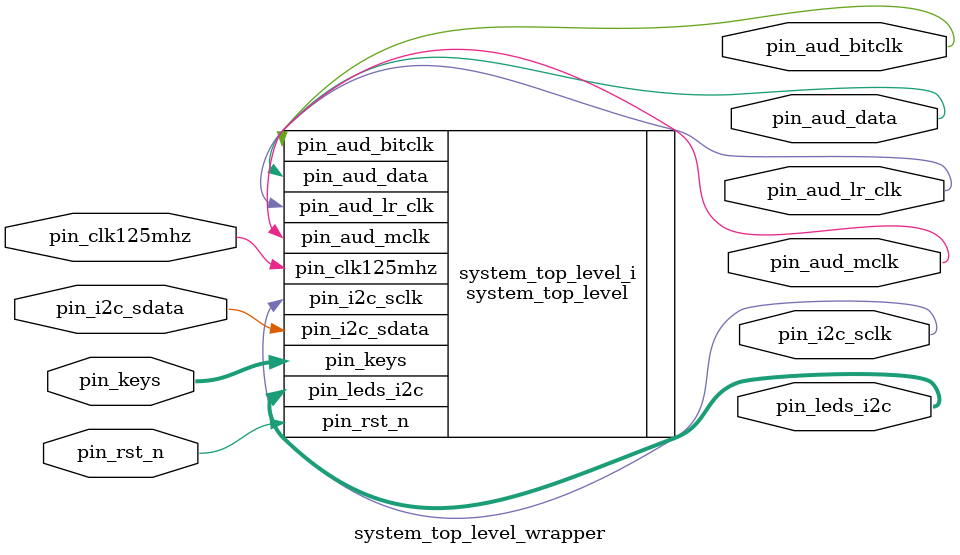
<source format=v>
`timescale 1 ps / 1 ps

module system_top_level_wrapper
   (pin_aud_bitclk,
    pin_aud_data,
    pin_aud_lr_clk,
    pin_aud_mclk,
    pin_clk125mhz,
    pin_i2c_sclk,
    pin_i2c_sdata,
    pin_keys,
    pin_leds_i2c,
    pin_rst_n);
  output pin_aud_bitclk;
  output pin_aud_data;
  output pin_aud_lr_clk;
  output pin_aud_mclk;
  input pin_clk125mhz;
  output pin_i2c_sclk;
  inout pin_i2c_sdata;
  input [3:0]pin_keys;
  output [3:0]pin_leds_i2c;
  input pin_rst_n;

  wire pin_aud_bitclk;
  wire pin_aud_data;
  wire pin_aud_lr_clk;
  wire pin_aud_mclk;
  wire pin_clk125mhz;
  wire pin_i2c_sclk;
  wire pin_i2c_sdata;
  wire [3:0]pin_keys;
  wire [3:0]pin_leds_i2c;
  wire pin_rst_n;

  system_top_level system_top_level_i
       (.pin_aud_bitclk(pin_aud_bitclk),
        .pin_aud_data(pin_aud_data),
        .pin_aud_lr_clk(pin_aud_lr_clk),
        .pin_aud_mclk(pin_aud_mclk),
        .pin_clk125mhz(pin_clk125mhz),
        .pin_i2c_sclk(pin_i2c_sclk),
        .pin_i2c_sdata(pin_i2c_sdata),
        .pin_keys(pin_keys),
        .pin_leds_i2c(pin_leds_i2c),
        .pin_rst_n(pin_rst_n));
endmodule

</source>
